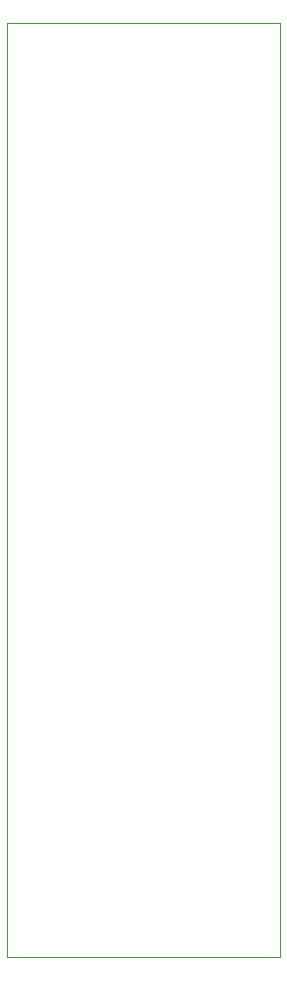
<source format=gm1>
%TF.GenerationSoftware,KiCad,Pcbnew,7.0.2*%
%TF.CreationDate,2023-05-03T22:50:51+02:00*%
%TF.ProjectId,Frackstock,46726163-6b73-4746-9f63-6b2e6b696361,rev?*%
%TF.SameCoordinates,PX54f9b60PY6e87f28*%
%TF.FileFunction,Profile,NP*%
%FSLAX46Y46*%
G04 Gerber Fmt 4.6, Leading zero omitted, Abs format (unit mm)*
G04 Created by KiCad (PCBNEW 7.0.2) date 2023-05-03 22:50:51*
%MOMM*%
%LPD*%
G01*
G04 APERTURE LIST*
%TA.AperFunction,Profile*%
%ADD10C,0.100000*%
%TD*%
G04 APERTURE END LIST*
D10*
X-3200Y79042600D02*
X23044800Y79042600D01*
X23044800Y200D01*
X-3200Y200D01*
X-3200Y79042600D01*
M02*

</source>
